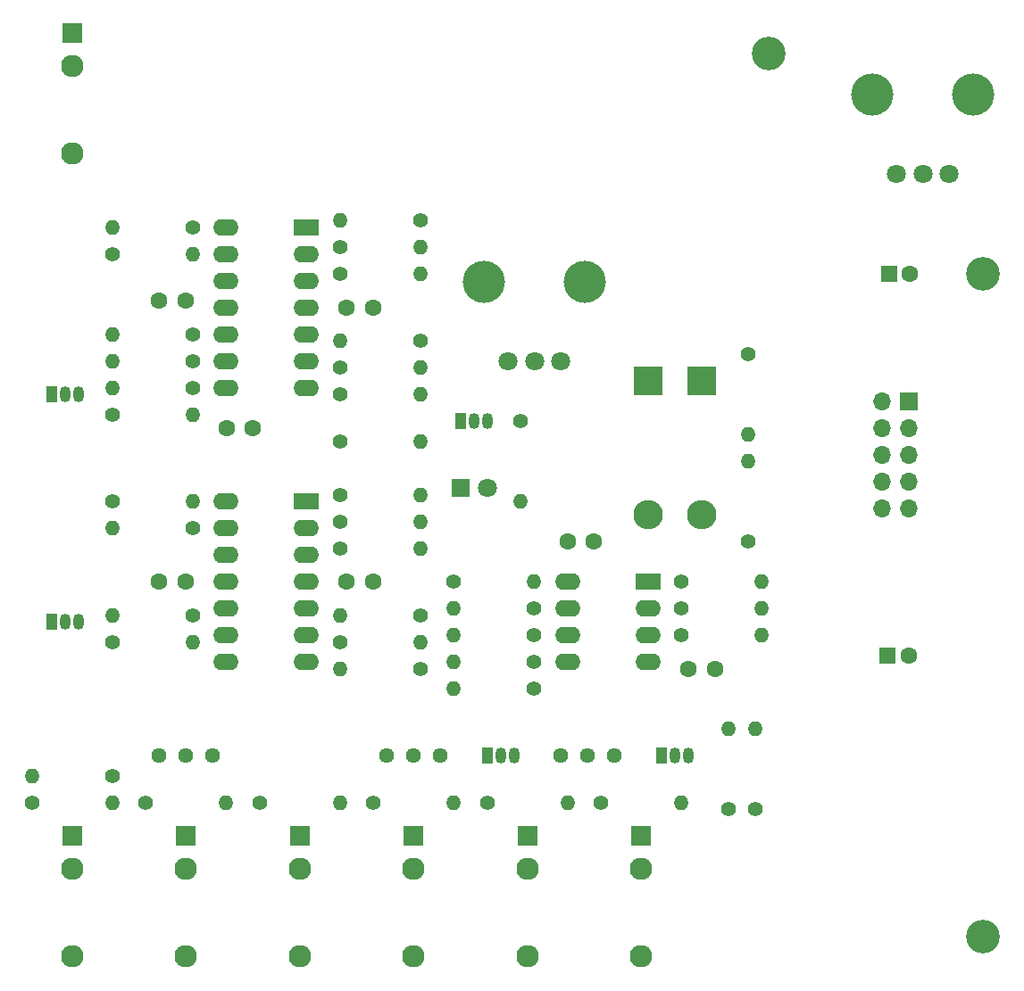
<source format=gbs>
%TF.GenerationSoftware,KiCad,Pcbnew,5.1.12-1.fc34*%
%TF.CreationDate,2022-01-17T20:48:41+01:00*%
%TF.ProjectId,lfo,6c666f2e-6b69-4636-9164-5f7063625858,rev?*%
%TF.SameCoordinates,Original*%
%TF.FileFunction,Soldermask,Bot*%
%TF.FilePolarity,Negative*%
%FSLAX46Y46*%
G04 Gerber Fmt 4.6, Leading zero omitted, Abs format (unit mm)*
G04 Created by KiCad (PCBNEW 5.1.12-1.fc34) date 2022-01-17 20:48:41*
%MOMM*%
%LPD*%
G01*
G04 APERTURE LIST*
%ADD10C,3.200000*%
%ADD11C,4.000000*%
%ADD12C,1.800000*%
%ADD13O,2.400000X1.600000*%
%ADD14R,2.400000X1.600000*%
%ADD15C,1.440000*%
%ADD16O,1.400000X1.400000*%
%ADD17C,1.400000*%
%ADD18R,1.050000X1.500000*%
%ADD19O,1.050000X1.500000*%
%ADD20C,2.130000*%
%ADD21R,1.930000X1.830000*%
%ADD22O,1.700000X1.700000*%
%ADD23R,1.700000X1.700000*%
%ADD24O,2.800000X2.800000*%
%ADD25R,2.800000X2.800000*%
%ADD26R,1.800000X1.800000*%
%ADD27C,1.600000*%
%ADD28R,1.600000X1.600000*%
G04 APERTURE END LIST*
D10*
X151130000Y-135890000D03*
X151130000Y-73025000D03*
X130810000Y-52070000D03*
D11*
X113375000Y-73780000D03*
X103875000Y-73780000D03*
D12*
X111125000Y-81280000D03*
X108625000Y-81280000D03*
X106125000Y-81280000D03*
D13*
X111760000Y-102235000D03*
X119380000Y-109855000D03*
X111760000Y-104775000D03*
X119380000Y-107315000D03*
X111760000Y-107315000D03*
X119380000Y-104775000D03*
X111760000Y-109855000D03*
D14*
X119380000Y-102235000D03*
D13*
X79375000Y-94615000D03*
X86995000Y-109855000D03*
X79375000Y-97155000D03*
X86995000Y-107315000D03*
X79375000Y-99695000D03*
X86995000Y-104775000D03*
X79375000Y-102235000D03*
X86995000Y-102235000D03*
X79375000Y-104775000D03*
X86995000Y-99695000D03*
X79375000Y-107315000D03*
X86995000Y-97155000D03*
X79375000Y-109855000D03*
D14*
X86995000Y-94615000D03*
D13*
X79375000Y-68580000D03*
X86995000Y-83820000D03*
X79375000Y-71120000D03*
X86995000Y-81280000D03*
X79375000Y-73660000D03*
X86995000Y-78740000D03*
X79375000Y-76200000D03*
X86995000Y-76200000D03*
X79375000Y-78740000D03*
X86995000Y-73660000D03*
X79375000Y-81280000D03*
X86995000Y-71120000D03*
X79375000Y-83820000D03*
D14*
X86995000Y-68580000D03*
D15*
X116205000Y-118745000D03*
X113665000Y-118745000D03*
X111125000Y-118745000D03*
X99695000Y-118745000D03*
X97155000Y-118745000D03*
X94615000Y-118745000D03*
D11*
X150205000Y-56000000D03*
X140705000Y-56000000D03*
D12*
X147955000Y-63500000D03*
X145455000Y-63500000D03*
X142955000Y-63500000D03*
D16*
X100965000Y-104775000D03*
D17*
X108585000Y-104775000D03*
D16*
X128905000Y-90805000D03*
D17*
X128905000Y-98425000D03*
D16*
X128905000Y-88265000D03*
D17*
X128905000Y-80645000D03*
D16*
X90170000Y-67945000D03*
D17*
X97790000Y-67945000D03*
D16*
X79375000Y-123190000D03*
D17*
X71755000Y-123190000D03*
D16*
X100965000Y-123190000D03*
D17*
X93345000Y-123190000D03*
D16*
X76200000Y-94615000D03*
D17*
X68580000Y-94615000D03*
D16*
X90170000Y-123190000D03*
D17*
X82550000Y-123190000D03*
D16*
X68580000Y-97155000D03*
D17*
X76200000Y-97155000D03*
D16*
X90170000Y-110490000D03*
D17*
X97790000Y-110490000D03*
D16*
X111760000Y-123190000D03*
D17*
X104140000Y-123190000D03*
D15*
X78105000Y-118745000D03*
X75565000Y-118745000D03*
X73025000Y-118745000D03*
D16*
X100965000Y-107315000D03*
D17*
X108585000Y-107315000D03*
D16*
X90170000Y-105410000D03*
D17*
X97790000Y-105410000D03*
D16*
X97790000Y-107950000D03*
D17*
X90170000Y-107950000D03*
D16*
X130175000Y-102235000D03*
D17*
X122555000Y-102235000D03*
D16*
X127000000Y-116205000D03*
D17*
X127000000Y-123825000D03*
D16*
X129540000Y-116205000D03*
D17*
X129540000Y-123825000D03*
D16*
X97790000Y-93980000D03*
D17*
X90170000Y-93980000D03*
D16*
X130175000Y-104775000D03*
D17*
X122555000Y-104775000D03*
D16*
X130175000Y-107315000D03*
D17*
X122555000Y-107315000D03*
D16*
X100965000Y-112395000D03*
D17*
X108585000Y-112395000D03*
D16*
X97790000Y-99060000D03*
D17*
X90170000Y-99060000D03*
D16*
X97790000Y-96520000D03*
D17*
X90170000Y-96520000D03*
D16*
X68580000Y-123190000D03*
D17*
X60960000Y-123190000D03*
D16*
X108585000Y-102235000D03*
D17*
X100965000Y-102235000D03*
D16*
X60960000Y-120650000D03*
D17*
X68580000Y-120650000D03*
D16*
X68580000Y-105410000D03*
D17*
X76200000Y-105410000D03*
D16*
X76200000Y-107950000D03*
D17*
X68580000Y-107950000D03*
D16*
X100965000Y-109855000D03*
D17*
X108585000Y-109855000D03*
D16*
X122555000Y-123190000D03*
D17*
X114935000Y-123190000D03*
D16*
X76200000Y-71120000D03*
D17*
X68580000Y-71120000D03*
D16*
X107315000Y-94615000D03*
D17*
X107315000Y-86995000D03*
D16*
X68580000Y-68580000D03*
D17*
X76200000Y-68580000D03*
D16*
X97790000Y-88900000D03*
D17*
X90170000Y-88900000D03*
D16*
X90170000Y-79375000D03*
D17*
X97790000Y-79375000D03*
D16*
X68580000Y-78740000D03*
D17*
X76200000Y-78740000D03*
D16*
X76200000Y-86360000D03*
D17*
X68580000Y-86360000D03*
D16*
X68580000Y-81280000D03*
D17*
X76200000Y-81280000D03*
D16*
X68580000Y-83820000D03*
D17*
X76200000Y-83820000D03*
D16*
X97790000Y-84455000D03*
D17*
X90170000Y-84455000D03*
D16*
X97790000Y-81915000D03*
D17*
X90170000Y-81915000D03*
D16*
X97790000Y-73025000D03*
D17*
X90170000Y-73025000D03*
D16*
X97790000Y-70485000D03*
D17*
X90170000Y-70485000D03*
D18*
X120650000Y-118745000D03*
D19*
X123190000Y-118745000D03*
X121920000Y-118745000D03*
D18*
X62865000Y-106045000D03*
D19*
X65405000Y-106045000D03*
X64135000Y-106045000D03*
D18*
X104140000Y-118745000D03*
D19*
X106680000Y-118745000D03*
X105410000Y-118745000D03*
D18*
X101600000Y-86995000D03*
D19*
X104140000Y-86995000D03*
X102870000Y-86995000D03*
D18*
X62865000Y-84455000D03*
D19*
X65405000Y-84455000D03*
X64135000Y-84455000D03*
D20*
X75565000Y-137765000D03*
D21*
X75565000Y-126365000D03*
D20*
X75565000Y-129465000D03*
X97155000Y-137765000D03*
D21*
X97155000Y-126365000D03*
D20*
X97155000Y-129465000D03*
X107950000Y-137765000D03*
D21*
X107950000Y-126365000D03*
D20*
X107950000Y-129465000D03*
X86360000Y-137765000D03*
D21*
X86360000Y-126365000D03*
D20*
X86360000Y-129465000D03*
X64770000Y-137765000D03*
D21*
X64770000Y-126365000D03*
D20*
X64770000Y-129465000D03*
X118745000Y-137765000D03*
D21*
X118745000Y-126365000D03*
D20*
X118745000Y-129465000D03*
D22*
X141605000Y-95250000D03*
X144145000Y-95250000D03*
X141605000Y-92710000D03*
X144145000Y-92710000D03*
X141605000Y-90170000D03*
X144145000Y-90170000D03*
X141605000Y-87630000D03*
X144145000Y-87630000D03*
X141605000Y-85090000D03*
D23*
X144145000Y-85090000D03*
D20*
X64770000Y-61565000D03*
D21*
X64770000Y-50165000D03*
D20*
X64770000Y-53265000D03*
D24*
X124460000Y-95885000D03*
D25*
X124460000Y-83185000D03*
D24*
X119380000Y-95885000D03*
D25*
X119380000Y-83185000D03*
D12*
X104140000Y-93345000D03*
D26*
X101600000Y-93345000D03*
D27*
X144145000Y-109220000D03*
D28*
X142145000Y-109220000D03*
D27*
X144240000Y-73025000D03*
D28*
X142240000Y-73025000D03*
D27*
X79415000Y-87630000D03*
X81915000Y-87630000D03*
X123230000Y-110490000D03*
X125730000Y-110490000D03*
X114260000Y-98425000D03*
X111760000Y-98425000D03*
X75525000Y-102235000D03*
X73025000Y-102235000D03*
X93305000Y-102235000D03*
X90805000Y-102235000D03*
X75525000Y-75565000D03*
X73025000Y-75565000D03*
X93305000Y-76200000D03*
X90805000Y-76200000D03*
M02*

</source>
